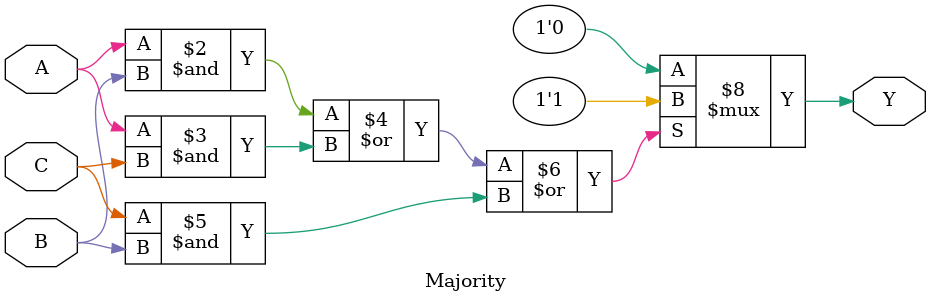
<source format=v>
  	                                            		
module Majority (A, B, C, Y);                 	
   input  A, B, C;			
   output Y; 

   reg Y;           		
                   	          	
// student code here
always @(A,B,C,Y)
begin
   if ((A & B)|(A & C)|(C & B))
   Y = 1;
   else 
   Y = 0;
end
endmodule // Majority  




    

</source>
